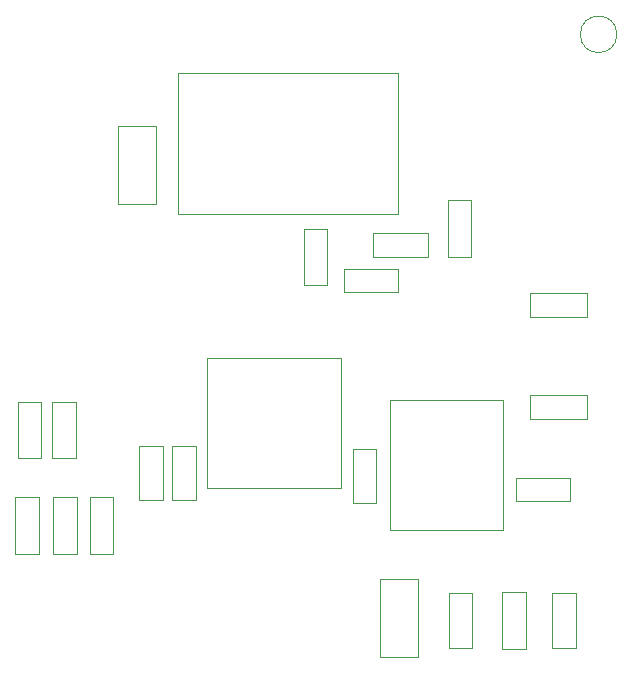
<source format=gbr>
G04 #@! TF.FileFunction,Other,User*
%FSLAX46Y46*%
G04 Gerber Fmt 4.6, Leading zero omitted, Abs format (unit mm)*
G04 Created by KiCad (PCBNEW no-vcs-found-product) date Thu Sep 29 09:32:32 2016*
%MOMM*%
%LPD*%
G01*
G04 APERTURE LIST*
%ADD10C,0.100000*%
%ADD11C,0.050000*%
G04 APERTURE END LIST*
D10*
D11*
X142800000Y-81100000D02*
X161400000Y-81100000D01*
X142800000Y-69200000D02*
X161400000Y-69200000D01*
X142800000Y-81100000D02*
X142800000Y-69200000D01*
X161400000Y-81100000D02*
X161400000Y-69200000D01*
X156550000Y-104350000D02*
X156550000Y-93350000D01*
X145250000Y-104350000D02*
X145250000Y-93350000D01*
X156550000Y-104350000D02*
X145250000Y-104350000D01*
X156550000Y-93350000D02*
X145250000Y-93350000D01*
X160750000Y-96850000D02*
X160750000Y-107850000D01*
X170250000Y-96850000D02*
X170250000Y-107850000D01*
X160750000Y-96850000D02*
X170250000Y-96850000D01*
X160750000Y-107850000D02*
X170250000Y-107850000D01*
X165600000Y-84750000D02*
X165600000Y-79950000D01*
X167600000Y-84750000D02*
X167600000Y-79950000D01*
X165600000Y-84750000D02*
X167600000Y-84750000D01*
X165600000Y-79950000D02*
X167600000Y-79950000D01*
X153400000Y-87150000D02*
X153400000Y-82350000D01*
X155400000Y-87150000D02*
X155400000Y-82350000D01*
X153400000Y-87150000D02*
X155400000Y-87150000D01*
X153400000Y-82350000D02*
X155400000Y-82350000D01*
X172600000Y-87850000D02*
X177400000Y-87850000D01*
X172600000Y-89850000D02*
X177400000Y-89850000D01*
X172600000Y-87850000D02*
X172600000Y-89850000D01*
X177400000Y-87850000D02*
X177400000Y-89850000D01*
X172600000Y-96450000D02*
X177400000Y-96450000D01*
X172600000Y-98450000D02*
X177400000Y-98450000D01*
X172600000Y-96450000D02*
X172600000Y-98450000D01*
X177400000Y-96450000D02*
X177400000Y-98450000D01*
X170200000Y-117950000D02*
X170200000Y-113150000D01*
X172200000Y-117950000D02*
X172200000Y-113150000D01*
X170200000Y-117950000D02*
X172200000Y-117950000D01*
X170200000Y-113150000D02*
X172200000Y-113150000D01*
X163900000Y-84750000D02*
X159300000Y-84750000D01*
X163900000Y-82750000D02*
X159300000Y-82750000D01*
X163900000Y-84750000D02*
X163900000Y-82750000D01*
X159300000Y-84750000D02*
X159300000Y-82750000D01*
X156800000Y-85750000D02*
X161400000Y-85750000D01*
X156800000Y-87750000D02*
X161400000Y-87750000D01*
X156800000Y-85750000D02*
X156800000Y-87750000D01*
X161400000Y-85750000D02*
X161400000Y-87750000D01*
X137700000Y-80250000D02*
X137700000Y-73650000D01*
X140900000Y-80250000D02*
X140900000Y-73650000D01*
X137700000Y-80250000D02*
X140900000Y-80250000D01*
X137700000Y-73650000D02*
X140900000Y-73650000D01*
X139500000Y-105350000D02*
X139500000Y-100750000D01*
X141500000Y-105350000D02*
X141500000Y-100750000D01*
X139500000Y-105350000D02*
X141500000Y-105350000D01*
X139500000Y-100750000D02*
X141500000Y-100750000D01*
X142300000Y-105350000D02*
X142300000Y-100750000D01*
X144300000Y-105350000D02*
X144300000Y-100750000D01*
X142300000Y-105350000D02*
X144300000Y-105350000D01*
X142300000Y-100750000D02*
X144300000Y-100750000D01*
X171400000Y-103450000D02*
X176000000Y-103450000D01*
X171400000Y-105450000D02*
X176000000Y-105450000D01*
X171400000Y-103450000D02*
X171400000Y-105450000D01*
X176000000Y-103450000D02*
X176000000Y-105450000D01*
X157550000Y-105600000D02*
X157550000Y-101000000D01*
X159550000Y-105600000D02*
X159550000Y-101000000D01*
X157550000Y-105600000D02*
X159550000Y-105600000D01*
X157550000Y-101000000D02*
X159550000Y-101000000D01*
X176450000Y-113250000D02*
X176450000Y-117850000D01*
X174450000Y-113250000D02*
X174450000Y-117850000D01*
X176450000Y-113250000D02*
X174450000Y-113250000D01*
X176450000Y-117850000D02*
X174450000Y-117850000D01*
X165700000Y-117850000D02*
X165700000Y-113250000D01*
X167700000Y-117850000D02*
X167700000Y-113250000D01*
X165700000Y-117850000D02*
X167700000Y-117850000D01*
X165700000Y-113250000D02*
X167700000Y-113250000D01*
X159850000Y-118600000D02*
X159850000Y-112000000D01*
X163050000Y-118600000D02*
X163050000Y-112000000D01*
X159850000Y-118600000D02*
X163050000Y-118600000D01*
X159850000Y-112000000D02*
X163050000Y-112000000D01*
X135300000Y-109910000D02*
X135300000Y-105110000D01*
X137300000Y-109910000D02*
X137300000Y-105110000D01*
X135300000Y-109910000D02*
X137300000Y-109910000D01*
X135300000Y-105110000D02*
X137300000Y-105110000D01*
X132100000Y-101810000D02*
X132100000Y-97010000D01*
X134100000Y-101810000D02*
X134100000Y-97010000D01*
X132100000Y-101810000D02*
X134100000Y-101810000D01*
X132100000Y-97010000D02*
X134100000Y-97010000D01*
X134200000Y-105110000D02*
X134200000Y-109910000D01*
X132200000Y-105110000D02*
X132200000Y-109910000D01*
X134200000Y-105110000D02*
X132200000Y-105110000D01*
X134200000Y-109910000D02*
X132200000Y-109910000D01*
X131200000Y-97010000D02*
X131200000Y-101810000D01*
X129200000Y-97010000D02*
X129200000Y-101810000D01*
X131200000Y-97010000D02*
X129200000Y-97010000D01*
X131200000Y-101810000D02*
X129200000Y-101810000D01*
X131000000Y-105110000D02*
X131000000Y-109910000D01*
X129000000Y-105110000D02*
X129000000Y-109910000D01*
X131000000Y-105110000D02*
X129000000Y-105110000D01*
X131000000Y-109910000D02*
X129000000Y-109910000D01*
X179930000Y-65910000D02*
G75*
G03X179930000Y-65910000I-1550000J0D01*
G01*
M02*

</source>
